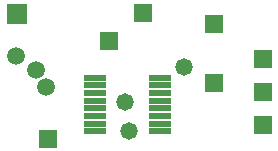
<source format=gts>
%FSLAX43Y43*%
%MOMM*%
G71*
G01*
G75*
%ADD10R,1.650X0.300*%
%ADD11C,0.254*%
%ADD12R,1.300X1.300*%
%ADD13C,1.300*%
%ADD14R,1.500X1.500*%
%ADD15C,1.270*%
%ADD16R,1.800X1.600*%
%ADD17R,1.853X0.503*%
%ADD18R,1.503X1.503*%
%ADD19C,1.503*%
%ADD20R,1.703X1.703*%
%ADD21C,1.473*%
D17*
X8050Y6525D02*
D03*
Y5875D02*
D03*
Y5225D02*
D03*
Y4575D02*
D03*
Y3925D02*
D03*
Y3275D02*
D03*
Y2625D02*
D03*
Y1975D02*
D03*
X13600Y6525D02*
D03*
Y5875D02*
D03*
Y5225D02*
D03*
Y4575D02*
D03*
Y3925D02*
D03*
Y3275D02*
D03*
Y2625D02*
D03*
Y1975D02*
D03*
D18*
X4075Y1375D02*
D03*
X22275Y2525D02*
D03*
Y5325D02*
D03*
X22250Y8150D02*
D03*
X18100Y6075D02*
D03*
X9275Y9650D02*
D03*
X18100Y11075D02*
D03*
X12100Y11975D02*
D03*
D19*
X3900Y5700D02*
D03*
X3025Y7200D02*
D03*
X1375Y8350D02*
D03*
D20*
X1425Y11925D02*
D03*
D21*
X15600Y7450D02*
D03*
X10900Y1975D02*
D03*
X10625Y4500D02*
D03*
M02*

</source>
